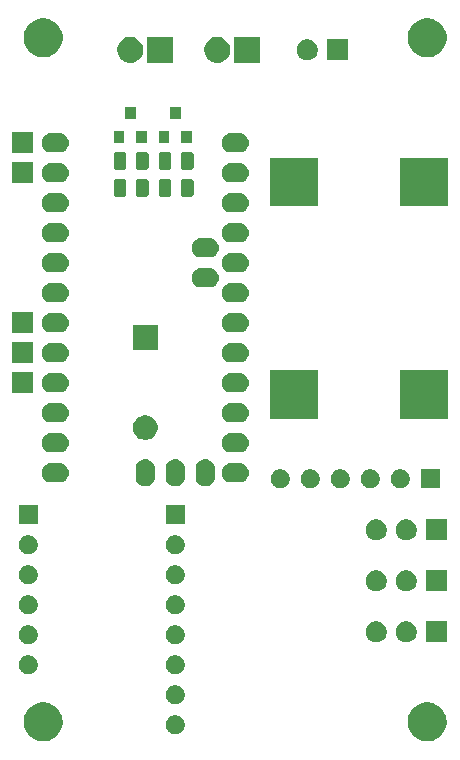
<source format=gbr>
G04 #@! TF.GenerationSoftware,KiCad,Pcbnew,5.1.5-52549c5~84~ubuntu19.04.1*
G04 #@! TF.CreationDate,2019-12-06T19:41:43+01:00*
G04 #@! TF.ProjectId,Rocket_PCB,526f636b-6574-45f5-9043-422e6b696361,rev?*
G04 #@! TF.SameCoordinates,Original*
G04 #@! TF.FileFunction,Soldermask,Bot*
G04 #@! TF.FilePolarity,Negative*
%FSLAX46Y46*%
G04 Gerber Fmt 4.6, Leading zero omitted, Abs format (unit mm)*
G04 Created by KiCad (PCBNEW 5.1.5-52549c5~84~ubuntu19.04.1) date 2019-12-06 19:41:43*
%MOMM*%
%LPD*%
G04 APERTURE LIST*
%ADD10C,0.100000*%
G04 APERTURE END LIST*
D10*
G36*
X160903256Y-96435298D02*
G01*
X161009579Y-96456447D01*
X161310042Y-96580903D01*
X161580451Y-96761585D01*
X161810415Y-96991549D01*
X161810416Y-96991551D01*
X161991098Y-97261960D01*
X162115553Y-97562422D01*
X162158782Y-97779745D01*
X162179000Y-97881391D01*
X162179000Y-98206609D01*
X162115553Y-98525579D01*
X161991097Y-98826042D01*
X161810415Y-99096451D01*
X161580451Y-99326415D01*
X161310042Y-99507097D01*
X161009579Y-99631553D01*
X160903256Y-99652702D01*
X160690611Y-99695000D01*
X160365389Y-99695000D01*
X160152744Y-99652702D01*
X160046421Y-99631553D01*
X159745958Y-99507097D01*
X159475549Y-99326415D01*
X159245585Y-99096451D01*
X159064903Y-98826042D01*
X158940447Y-98525579D01*
X158877000Y-98206609D01*
X158877000Y-97881391D01*
X158897219Y-97779745D01*
X158940447Y-97562422D01*
X159064902Y-97261960D01*
X159245584Y-96991551D01*
X159245585Y-96991549D01*
X159475549Y-96761585D01*
X159745958Y-96580903D01*
X160046421Y-96456447D01*
X160152744Y-96435298D01*
X160365389Y-96393000D01*
X160690611Y-96393000D01*
X160903256Y-96435298D01*
G37*
G36*
X128391256Y-96435298D02*
G01*
X128497579Y-96456447D01*
X128798042Y-96580903D01*
X129068451Y-96761585D01*
X129298415Y-96991549D01*
X129298416Y-96991551D01*
X129479098Y-97261960D01*
X129603553Y-97562422D01*
X129646782Y-97779745D01*
X129667000Y-97881391D01*
X129667000Y-98206609D01*
X129603553Y-98525579D01*
X129479097Y-98826042D01*
X129298415Y-99096451D01*
X129068451Y-99326415D01*
X128798042Y-99507097D01*
X128497579Y-99631553D01*
X128391256Y-99652702D01*
X128178611Y-99695000D01*
X127853389Y-99695000D01*
X127640744Y-99652702D01*
X127534421Y-99631553D01*
X127233958Y-99507097D01*
X126963549Y-99326415D01*
X126733585Y-99096451D01*
X126552903Y-98826042D01*
X126428447Y-98525579D01*
X126365000Y-98206609D01*
X126365000Y-97881391D01*
X126385219Y-97779745D01*
X126428447Y-97562422D01*
X126552902Y-97261960D01*
X126733584Y-96991551D01*
X126733585Y-96991549D01*
X126963549Y-96761585D01*
X127233958Y-96580903D01*
X127534421Y-96456447D01*
X127640744Y-96435298D01*
X127853389Y-96393000D01*
X128178611Y-96393000D01*
X128391256Y-96435298D01*
G37*
G36*
X139429142Y-97516242D02*
G01*
X139577101Y-97577529D01*
X139710255Y-97666499D01*
X139823501Y-97779745D01*
X139912471Y-97912899D01*
X139973758Y-98060858D01*
X140005000Y-98217925D01*
X140005000Y-98378075D01*
X139973758Y-98535142D01*
X139912471Y-98683101D01*
X139823501Y-98816255D01*
X139710255Y-98929501D01*
X139577101Y-99018471D01*
X139429142Y-99079758D01*
X139272075Y-99111000D01*
X139111925Y-99111000D01*
X138954858Y-99079758D01*
X138806899Y-99018471D01*
X138673745Y-98929501D01*
X138560499Y-98816255D01*
X138471529Y-98683101D01*
X138410242Y-98535142D01*
X138379000Y-98378075D01*
X138379000Y-98217925D01*
X138410242Y-98060858D01*
X138471529Y-97912899D01*
X138560499Y-97779745D01*
X138673745Y-97666499D01*
X138806899Y-97577529D01*
X138954858Y-97516242D01*
X139111925Y-97485000D01*
X139272075Y-97485000D01*
X139429142Y-97516242D01*
G37*
G36*
X139429142Y-94976242D02*
G01*
X139577101Y-95037529D01*
X139710255Y-95126499D01*
X139823501Y-95239745D01*
X139912471Y-95372899D01*
X139973758Y-95520858D01*
X140005000Y-95677925D01*
X140005000Y-95838075D01*
X139973758Y-95995142D01*
X139912471Y-96143101D01*
X139823501Y-96276255D01*
X139710255Y-96389501D01*
X139577101Y-96478471D01*
X139429142Y-96539758D01*
X139272075Y-96571000D01*
X139111925Y-96571000D01*
X138954858Y-96539758D01*
X138806899Y-96478471D01*
X138673745Y-96389501D01*
X138560499Y-96276255D01*
X138471529Y-96143101D01*
X138410242Y-95995142D01*
X138379000Y-95838075D01*
X138379000Y-95677925D01*
X138410242Y-95520858D01*
X138471529Y-95372899D01*
X138560499Y-95239745D01*
X138673745Y-95126499D01*
X138806899Y-95037529D01*
X138954858Y-94976242D01*
X139111925Y-94945000D01*
X139272075Y-94945000D01*
X139429142Y-94976242D01*
G37*
G36*
X139429142Y-92436242D02*
G01*
X139577101Y-92497529D01*
X139710255Y-92586499D01*
X139823501Y-92699745D01*
X139912471Y-92832899D01*
X139973758Y-92980858D01*
X140005000Y-93137925D01*
X140005000Y-93298075D01*
X139973758Y-93455142D01*
X139912471Y-93603101D01*
X139823501Y-93736255D01*
X139710255Y-93849501D01*
X139577101Y-93938471D01*
X139429142Y-93999758D01*
X139272075Y-94031000D01*
X139111925Y-94031000D01*
X138954858Y-93999758D01*
X138806899Y-93938471D01*
X138673745Y-93849501D01*
X138560499Y-93736255D01*
X138471529Y-93603101D01*
X138410242Y-93455142D01*
X138379000Y-93298075D01*
X138379000Y-93137925D01*
X138410242Y-92980858D01*
X138471529Y-92832899D01*
X138560499Y-92699745D01*
X138673745Y-92586499D01*
X138806899Y-92497529D01*
X138954858Y-92436242D01*
X139111925Y-92405000D01*
X139272075Y-92405000D01*
X139429142Y-92436242D01*
G37*
G36*
X126983142Y-92436242D02*
G01*
X127131101Y-92497529D01*
X127264255Y-92586499D01*
X127377501Y-92699745D01*
X127466471Y-92832899D01*
X127527758Y-92980858D01*
X127559000Y-93137925D01*
X127559000Y-93298075D01*
X127527758Y-93455142D01*
X127466471Y-93603101D01*
X127377501Y-93736255D01*
X127264255Y-93849501D01*
X127131101Y-93938471D01*
X126983142Y-93999758D01*
X126826075Y-94031000D01*
X126665925Y-94031000D01*
X126508858Y-93999758D01*
X126360899Y-93938471D01*
X126227745Y-93849501D01*
X126114499Y-93736255D01*
X126025529Y-93603101D01*
X125964242Y-93455142D01*
X125933000Y-93298075D01*
X125933000Y-93137925D01*
X125964242Y-92980858D01*
X126025529Y-92832899D01*
X126114499Y-92699745D01*
X126227745Y-92586499D01*
X126360899Y-92497529D01*
X126508858Y-92436242D01*
X126665925Y-92405000D01*
X126826075Y-92405000D01*
X126983142Y-92436242D01*
G37*
G36*
X139429142Y-89896242D02*
G01*
X139577101Y-89957529D01*
X139710255Y-90046499D01*
X139823501Y-90159745D01*
X139912471Y-90292899D01*
X139973758Y-90440858D01*
X140005000Y-90597925D01*
X140005000Y-90758075D01*
X139973758Y-90915142D01*
X139912471Y-91063101D01*
X139823501Y-91196255D01*
X139710255Y-91309501D01*
X139577101Y-91398471D01*
X139429142Y-91459758D01*
X139272075Y-91491000D01*
X139111925Y-91491000D01*
X138954858Y-91459758D01*
X138806899Y-91398471D01*
X138673745Y-91309501D01*
X138560499Y-91196255D01*
X138471529Y-91063101D01*
X138410242Y-90915142D01*
X138379000Y-90758075D01*
X138379000Y-90597925D01*
X138410242Y-90440858D01*
X138471529Y-90292899D01*
X138560499Y-90159745D01*
X138673745Y-90046499D01*
X138806899Y-89957529D01*
X138954858Y-89896242D01*
X139111925Y-89865000D01*
X139272075Y-89865000D01*
X139429142Y-89896242D01*
G37*
G36*
X126983142Y-89896242D02*
G01*
X127131101Y-89957529D01*
X127264255Y-90046499D01*
X127377501Y-90159745D01*
X127466471Y-90292899D01*
X127527758Y-90440858D01*
X127559000Y-90597925D01*
X127559000Y-90758075D01*
X127527758Y-90915142D01*
X127466471Y-91063101D01*
X127377501Y-91196255D01*
X127264255Y-91309501D01*
X127131101Y-91398471D01*
X126983142Y-91459758D01*
X126826075Y-91491000D01*
X126665925Y-91491000D01*
X126508858Y-91459758D01*
X126360899Y-91398471D01*
X126227745Y-91309501D01*
X126114499Y-91196255D01*
X126025529Y-91063101D01*
X125964242Y-90915142D01*
X125933000Y-90758075D01*
X125933000Y-90597925D01*
X125964242Y-90440858D01*
X126025529Y-90292899D01*
X126114499Y-90159745D01*
X126227745Y-90046499D01*
X126360899Y-89957529D01*
X126508858Y-89896242D01*
X126665925Y-89865000D01*
X126826075Y-89865000D01*
X126983142Y-89896242D01*
G37*
G36*
X162191000Y-91325000D02*
G01*
X160389000Y-91325000D01*
X160389000Y-89523000D01*
X162191000Y-89523000D01*
X162191000Y-91325000D01*
G37*
G36*
X158863512Y-89527927D02*
G01*
X159012812Y-89557624D01*
X159176784Y-89625544D01*
X159324354Y-89724147D01*
X159449853Y-89849646D01*
X159548456Y-89997216D01*
X159616376Y-90161188D01*
X159651000Y-90335259D01*
X159651000Y-90512741D01*
X159616376Y-90686812D01*
X159548456Y-90850784D01*
X159449853Y-90998354D01*
X159324354Y-91123853D01*
X159176784Y-91222456D01*
X159012812Y-91290376D01*
X158863512Y-91320073D01*
X158838742Y-91325000D01*
X158661258Y-91325000D01*
X158636488Y-91320073D01*
X158487188Y-91290376D01*
X158323216Y-91222456D01*
X158175646Y-91123853D01*
X158050147Y-90998354D01*
X157951544Y-90850784D01*
X157883624Y-90686812D01*
X157849000Y-90512741D01*
X157849000Y-90335259D01*
X157883624Y-90161188D01*
X157951544Y-89997216D01*
X158050147Y-89849646D01*
X158175646Y-89724147D01*
X158323216Y-89625544D01*
X158487188Y-89557624D01*
X158636488Y-89527927D01*
X158661258Y-89523000D01*
X158838742Y-89523000D01*
X158863512Y-89527927D01*
G37*
G36*
X156323512Y-89527927D02*
G01*
X156472812Y-89557624D01*
X156636784Y-89625544D01*
X156784354Y-89724147D01*
X156909853Y-89849646D01*
X157008456Y-89997216D01*
X157076376Y-90161188D01*
X157111000Y-90335259D01*
X157111000Y-90512741D01*
X157076376Y-90686812D01*
X157008456Y-90850784D01*
X156909853Y-90998354D01*
X156784354Y-91123853D01*
X156636784Y-91222456D01*
X156472812Y-91290376D01*
X156323512Y-91320073D01*
X156298742Y-91325000D01*
X156121258Y-91325000D01*
X156096488Y-91320073D01*
X155947188Y-91290376D01*
X155783216Y-91222456D01*
X155635646Y-91123853D01*
X155510147Y-90998354D01*
X155411544Y-90850784D01*
X155343624Y-90686812D01*
X155309000Y-90512741D01*
X155309000Y-90335259D01*
X155343624Y-90161188D01*
X155411544Y-89997216D01*
X155510147Y-89849646D01*
X155635646Y-89724147D01*
X155783216Y-89625544D01*
X155947188Y-89557624D01*
X156096488Y-89527927D01*
X156121258Y-89523000D01*
X156298742Y-89523000D01*
X156323512Y-89527927D01*
G37*
G36*
X126983142Y-87356242D02*
G01*
X127131101Y-87417529D01*
X127264255Y-87506499D01*
X127377501Y-87619745D01*
X127466471Y-87752899D01*
X127527758Y-87900858D01*
X127559000Y-88057925D01*
X127559000Y-88218075D01*
X127527758Y-88375142D01*
X127466471Y-88523101D01*
X127377501Y-88656255D01*
X127264255Y-88769501D01*
X127131101Y-88858471D01*
X126983142Y-88919758D01*
X126826075Y-88951000D01*
X126665925Y-88951000D01*
X126508858Y-88919758D01*
X126360899Y-88858471D01*
X126227745Y-88769501D01*
X126114499Y-88656255D01*
X126025529Y-88523101D01*
X125964242Y-88375142D01*
X125933000Y-88218075D01*
X125933000Y-88057925D01*
X125964242Y-87900858D01*
X126025529Y-87752899D01*
X126114499Y-87619745D01*
X126227745Y-87506499D01*
X126360899Y-87417529D01*
X126508858Y-87356242D01*
X126665925Y-87325000D01*
X126826075Y-87325000D01*
X126983142Y-87356242D01*
G37*
G36*
X139429142Y-87356242D02*
G01*
X139577101Y-87417529D01*
X139710255Y-87506499D01*
X139823501Y-87619745D01*
X139912471Y-87752899D01*
X139973758Y-87900858D01*
X140005000Y-88057925D01*
X140005000Y-88218075D01*
X139973758Y-88375142D01*
X139912471Y-88523101D01*
X139823501Y-88656255D01*
X139710255Y-88769501D01*
X139577101Y-88858471D01*
X139429142Y-88919758D01*
X139272075Y-88951000D01*
X139111925Y-88951000D01*
X138954858Y-88919758D01*
X138806899Y-88858471D01*
X138673745Y-88769501D01*
X138560499Y-88656255D01*
X138471529Y-88523101D01*
X138410242Y-88375142D01*
X138379000Y-88218075D01*
X138379000Y-88057925D01*
X138410242Y-87900858D01*
X138471529Y-87752899D01*
X138560499Y-87619745D01*
X138673745Y-87506499D01*
X138806899Y-87417529D01*
X138954858Y-87356242D01*
X139111925Y-87325000D01*
X139272075Y-87325000D01*
X139429142Y-87356242D01*
G37*
G36*
X158863512Y-85209927D02*
G01*
X159012812Y-85239624D01*
X159176784Y-85307544D01*
X159324354Y-85406147D01*
X159449853Y-85531646D01*
X159548456Y-85679216D01*
X159616376Y-85843188D01*
X159651000Y-86017259D01*
X159651000Y-86194741D01*
X159616376Y-86368812D01*
X159548456Y-86532784D01*
X159449853Y-86680354D01*
X159324354Y-86805853D01*
X159176784Y-86904456D01*
X159012812Y-86972376D01*
X158863512Y-87002073D01*
X158838742Y-87007000D01*
X158661258Y-87007000D01*
X158636488Y-87002073D01*
X158487188Y-86972376D01*
X158323216Y-86904456D01*
X158175646Y-86805853D01*
X158050147Y-86680354D01*
X157951544Y-86532784D01*
X157883624Y-86368812D01*
X157849000Y-86194741D01*
X157849000Y-86017259D01*
X157883624Y-85843188D01*
X157951544Y-85679216D01*
X158050147Y-85531646D01*
X158175646Y-85406147D01*
X158323216Y-85307544D01*
X158487188Y-85239624D01*
X158636488Y-85209927D01*
X158661258Y-85205000D01*
X158838742Y-85205000D01*
X158863512Y-85209927D01*
G37*
G36*
X156323512Y-85209927D02*
G01*
X156472812Y-85239624D01*
X156636784Y-85307544D01*
X156784354Y-85406147D01*
X156909853Y-85531646D01*
X157008456Y-85679216D01*
X157076376Y-85843188D01*
X157111000Y-86017259D01*
X157111000Y-86194741D01*
X157076376Y-86368812D01*
X157008456Y-86532784D01*
X156909853Y-86680354D01*
X156784354Y-86805853D01*
X156636784Y-86904456D01*
X156472812Y-86972376D01*
X156323512Y-87002073D01*
X156298742Y-87007000D01*
X156121258Y-87007000D01*
X156096488Y-87002073D01*
X155947188Y-86972376D01*
X155783216Y-86904456D01*
X155635646Y-86805853D01*
X155510147Y-86680354D01*
X155411544Y-86532784D01*
X155343624Y-86368812D01*
X155309000Y-86194741D01*
X155309000Y-86017259D01*
X155343624Y-85843188D01*
X155411544Y-85679216D01*
X155510147Y-85531646D01*
X155635646Y-85406147D01*
X155783216Y-85307544D01*
X155947188Y-85239624D01*
X156096488Y-85209927D01*
X156121258Y-85205000D01*
X156298742Y-85205000D01*
X156323512Y-85209927D01*
G37*
G36*
X162191000Y-87007000D02*
G01*
X160389000Y-87007000D01*
X160389000Y-85205000D01*
X162191000Y-85205000D01*
X162191000Y-87007000D01*
G37*
G36*
X139429142Y-84816242D02*
G01*
X139577101Y-84877529D01*
X139710255Y-84966499D01*
X139823501Y-85079745D01*
X139912471Y-85212899D01*
X139973758Y-85360858D01*
X140005000Y-85517925D01*
X140005000Y-85678075D01*
X139973758Y-85835142D01*
X139912471Y-85983101D01*
X139823501Y-86116255D01*
X139710255Y-86229501D01*
X139577101Y-86318471D01*
X139429142Y-86379758D01*
X139272075Y-86411000D01*
X139111925Y-86411000D01*
X138954858Y-86379758D01*
X138806899Y-86318471D01*
X138673745Y-86229501D01*
X138560499Y-86116255D01*
X138471529Y-85983101D01*
X138410242Y-85835142D01*
X138379000Y-85678075D01*
X138379000Y-85517925D01*
X138410242Y-85360858D01*
X138471529Y-85212899D01*
X138560499Y-85079745D01*
X138673745Y-84966499D01*
X138806899Y-84877529D01*
X138954858Y-84816242D01*
X139111925Y-84785000D01*
X139272075Y-84785000D01*
X139429142Y-84816242D01*
G37*
G36*
X126983142Y-84816242D02*
G01*
X127131101Y-84877529D01*
X127264255Y-84966499D01*
X127377501Y-85079745D01*
X127466471Y-85212899D01*
X127527758Y-85360858D01*
X127559000Y-85517925D01*
X127559000Y-85678075D01*
X127527758Y-85835142D01*
X127466471Y-85983101D01*
X127377501Y-86116255D01*
X127264255Y-86229501D01*
X127131101Y-86318471D01*
X126983142Y-86379758D01*
X126826075Y-86411000D01*
X126665925Y-86411000D01*
X126508858Y-86379758D01*
X126360899Y-86318471D01*
X126227745Y-86229501D01*
X126114499Y-86116255D01*
X126025529Y-85983101D01*
X125964242Y-85835142D01*
X125933000Y-85678075D01*
X125933000Y-85517925D01*
X125964242Y-85360858D01*
X126025529Y-85212899D01*
X126114499Y-85079745D01*
X126227745Y-84966499D01*
X126360899Y-84877529D01*
X126508858Y-84816242D01*
X126665925Y-84785000D01*
X126826075Y-84785000D01*
X126983142Y-84816242D01*
G37*
G36*
X139429142Y-82276242D02*
G01*
X139577101Y-82337529D01*
X139710255Y-82426499D01*
X139823501Y-82539745D01*
X139912471Y-82672899D01*
X139973758Y-82820858D01*
X140005000Y-82977925D01*
X140005000Y-83138075D01*
X139973758Y-83295142D01*
X139912471Y-83443101D01*
X139823501Y-83576255D01*
X139710255Y-83689501D01*
X139577101Y-83778471D01*
X139429142Y-83839758D01*
X139272075Y-83871000D01*
X139111925Y-83871000D01*
X138954858Y-83839758D01*
X138806899Y-83778471D01*
X138673745Y-83689501D01*
X138560499Y-83576255D01*
X138471529Y-83443101D01*
X138410242Y-83295142D01*
X138379000Y-83138075D01*
X138379000Y-82977925D01*
X138410242Y-82820858D01*
X138471529Y-82672899D01*
X138560499Y-82539745D01*
X138673745Y-82426499D01*
X138806899Y-82337529D01*
X138954858Y-82276242D01*
X139111925Y-82245000D01*
X139272075Y-82245000D01*
X139429142Y-82276242D01*
G37*
G36*
X126983142Y-82276242D02*
G01*
X127131101Y-82337529D01*
X127264255Y-82426499D01*
X127377501Y-82539745D01*
X127466471Y-82672899D01*
X127527758Y-82820858D01*
X127559000Y-82977925D01*
X127559000Y-83138075D01*
X127527758Y-83295142D01*
X127466471Y-83443101D01*
X127377501Y-83576255D01*
X127264255Y-83689501D01*
X127131101Y-83778471D01*
X126983142Y-83839758D01*
X126826075Y-83871000D01*
X126665925Y-83871000D01*
X126508858Y-83839758D01*
X126360899Y-83778471D01*
X126227745Y-83689501D01*
X126114499Y-83576255D01*
X126025529Y-83443101D01*
X125964242Y-83295142D01*
X125933000Y-83138075D01*
X125933000Y-82977925D01*
X125964242Y-82820858D01*
X126025529Y-82672899D01*
X126114499Y-82539745D01*
X126227745Y-82426499D01*
X126360899Y-82337529D01*
X126508858Y-82276242D01*
X126665925Y-82245000D01*
X126826075Y-82245000D01*
X126983142Y-82276242D01*
G37*
G36*
X156323512Y-80891927D02*
G01*
X156472812Y-80921624D01*
X156636784Y-80989544D01*
X156784354Y-81088147D01*
X156909853Y-81213646D01*
X157008456Y-81361216D01*
X157076376Y-81525188D01*
X157111000Y-81699259D01*
X157111000Y-81876741D01*
X157076376Y-82050812D01*
X157008456Y-82214784D01*
X156909853Y-82362354D01*
X156784354Y-82487853D01*
X156636784Y-82586456D01*
X156472812Y-82654376D01*
X156323512Y-82684073D01*
X156298742Y-82689000D01*
X156121258Y-82689000D01*
X156096488Y-82684073D01*
X155947188Y-82654376D01*
X155783216Y-82586456D01*
X155635646Y-82487853D01*
X155510147Y-82362354D01*
X155411544Y-82214784D01*
X155343624Y-82050812D01*
X155309000Y-81876741D01*
X155309000Y-81699259D01*
X155343624Y-81525188D01*
X155411544Y-81361216D01*
X155510147Y-81213646D01*
X155635646Y-81088147D01*
X155783216Y-80989544D01*
X155947188Y-80921624D01*
X156096488Y-80891927D01*
X156121258Y-80887000D01*
X156298742Y-80887000D01*
X156323512Y-80891927D01*
G37*
G36*
X162191000Y-82689000D02*
G01*
X160389000Y-82689000D01*
X160389000Y-80887000D01*
X162191000Y-80887000D01*
X162191000Y-82689000D01*
G37*
G36*
X158863512Y-80891927D02*
G01*
X159012812Y-80921624D01*
X159176784Y-80989544D01*
X159324354Y-81088147D01*
X159449853Y-81213646D01*
X159548456Y-81361216D01*
X159616376Y-81525188D01*
X159651000Y-81699259D01*
X159651000Y-81876741D01*
X159616376Y-82050812D01*
X159548456Y-82214784D01*
X159449853Y-82362354D01*
X159324354Y-82487853D01*
X159176784Y-82586456D01*
X159012812Y-82654376D01*
X158863512Y-82684073D01*
X158838742Y-82689000D01*
X158661258Y-82689000D01*
X158636488Y-82684073D01*
X158487188Y-82654376D01*
X158323216Y-82586456D01*
X158175646Y-82487853D01*
X158050147Y-82362354D01*
X157951544Y-82214784D01*
X157883624Y-82050812D01*
X157849000Y-81876741D01*
X157849000Y-81699259D01*
X157883624Y-81525188D01*
X157951544Y-81361216D01*
X158050147Y-81213646D01*
X158175646Y-81088147D01*
X158323216Y-80989544D01*
X158487188Y-80921624D01*
X158636488Y-80891927D01*
X158661258Y-80887000D01*
X158838742Y-80887000D01*
X158863512Y-80891927D01*
G37*
G36*
X140005000Y-81331000D02*
G01*
X138379000Y-81331000D01*
X138379000Y-79705000D01*
X140005000Y-79705000D01*
X140005000Y-81331000D01*
G37*
G36*
X127559000Y-81331000D02*
G01*
X125933000Y-81331000D01*
X125933000Y-79705000D01*
X127559000Y-79705000D01*
X127559000Y-81331000D01*
G37*
G36*
X148319142Y-76688242D02*
G01*
X148467101Y-76749529D01*
X148600255Y-76838499D01*
X148713501Y-76951745D01*
X148802471Y-77084899D01*
X148863758Y-77232858D01*
X148895000Y-77389925D01*
X148895000Y-77550075D01*
X148863758Y-77707142D01*
X148802471Y-77855101D01*
X148713501Y-77988255D01*
X148600255Y-78101501D01*
X148467101Y-78190471D01*
X148319142Y-78251758D01*
X148162075Y-78283000D01*
X148001925Y-78283000D01*
X147844858Y-78251758D01*
X147696899Y-78190471D01*
X147563745Y-78101501D01*
X147450499Y-77988255D01*
X147361529Y-77855101D01*
X147300242Y-77707142D01*
X147269000Y-77550075D01*
X147269000Y-77389925D01*
X147300242Y-77232858D01*
X147361529Y-77084899D01*
X147450499Y-76951745D01*
X147563745Y-76838499D01*
X147696899Y-76749529D01*
X147844858Y-76688242D01*
X148001925Y-76657000D01*
X148162075Y-76657000D01*
X148319142Y-76688242D01*
G37*
G36*
X150859142Y-76688242D02*
G01*
X151007101Y-76749529D01*
X151140255Y-76838499D01*
X151253501Y-76951745D01*
X151342471Y-77084899D01*
X151403758Y-77232858D01*
X151435000Y-77389925D01*
X151435000Y-77550075D01*
X151403758Y-77707142D01*
X151342471Y-77855101D01*
X151253501Y-77988255D01*
X151140255Y-78101501D01*
X151007101Y-78190471D01*
X150859142Y-78251758D01*
X150702075Y-78283000D01*
X150541925Y-78283000D01*
X150384858Y-78251758D01*
X150236899Y-78190471D01*
X150103745Y-78101501D01*
X149990499Y-77988255D01*
X149901529Y-77855101D01*
X149840242Y-77707142D01*
X149809000Y-77550075D01*
X149809000Y-77389925D01*
X149840242Y-77232858D01*
X149901529Y-77084899D01*
X149990499Y-76951745D01*
X150103745Y-76838499D01*
X150236899Y-76749529D01*
X150384858Y-76688242D01*
X150541925Y-76657000D01*
X150702075Y-76657000D01*
X150859142Y-76688242D01*
G37*
G36*
X161595000Y-78283000D02*
G01*
X159969000Y-78283000D01*
X159969000Y-76657000D01*
X161595000Y-76657000D01*
X161595000Y-78283000D01*
G37*
G36*
X158479142Y-76688242D02*
G01*
X158627101Y-76749529D01*
X158760255Y-76838499D01*
X158873501Y-76951745D01*
X158962471Y-77084899D01*
X159023758Y-77232858D01*
X159055000Y-77389925D01*
X159055000Y-77550075D01*
X159023758Y-77707142D01*
X158962471Y-77855101D01*
X158873501Y-77988255D01*
X158760255Y-78101501D01*
X158627101Y-78190471D01*
X158479142Y-78251758D01*
X158322075Y-78283000D01*
X158161925Y-78283000D01*
X158004858Y-78251758D01*
X157856899Y-78190471D01*
X157723745Y-78101501D01*
X157610499Y-77988255D01*
X157521529Y-77855101D01*
X157460242Y-77707142D01*
X157429000Y-77550075D01*
X157429000Y-77389925D01*
X157460242Y-77232858D01*
X157521529Y-77084899D01*
X157610499Y-76951745D01*
X157723745Y-76838499D01*
X157856899Y-76749529D01*
X158004858Y-76688242D01*
X158161925Y-76657000D01*
X158322075Y-76657000D01*
X158479142Y-76688242D01*
G37*
G36*
X155939142Y-76688242D02*
G01*
X156087101Y-76749529D01*
X156220255Y-76838499D01*
X156333501Y-76951745D01*
X156422471Y-77084899D01*
X156483758Y-77232858D01*
X156515000Y-77389925D01*
X156515000Y-77550075D01*
X156483758Y-77707142D01*
X156422471Y-77855101D01*
X156333501Y-77988255D01*
X156220255Y-78101501D01*
X156087101Y-78190471D01*
X155939142Y-78251758D01*
X155782075Y-78283000D01*
X155621925Y-78283000D01*
X155464858Y-78251758D01*
X155316899Y-78190471D01*
X155183745Y-78101501D01*
X155070499Y-77988255D01*
X154981529Y-77855101D01*
X154920242Y-77707142D01*
X154889000Y-77550075D01*
X154889000Y-77389925D01*
X154920242Y-77232858D01*
X154981529Y-77084899D01*
X155070499Y-76951745D01*
X155183745Y-76838499D01*
X155316899Y-76749529D01*
X155464858Y-76688242D01*
X155621925Y-76657000D01*
X155782075Y-76657000D01*
X155939142Y-76688242D01*
G37*
G36*
X153399142Y-76688242D02*
G01*
X153547101Y-76749529D01*
X153680255Y-76838499D01*
X153793501Y-76951745D01*
X153882471Y-77084899D01*
X153943758Y-77232858D01*
X153975000Y-77389925D01*
X153975000Y-77550075D01*
X153943758Y-77707142D01*
X153882471Y-77855101D01*
X153793501Y-77988255D01*
X153680255Y-78101501D01*
X153547101Y-78190471D01*
X153399142Y-78251758D01*
X153242075Y-78283000D01*
X153081925Y-78283000D01*
X152924858Y-78251758D01*
X152776899Y-78190471D01*
X152643745Y-78101501D01*
X152530499Y-77988255D01*
X152441529Y-77855101D01*
X152380242Y-77707142D01*
X152349000Y-77550075D01*
X152349000Y-77389925D01*
X152380242Y-77232858D01*
X152441529Y-77084899D01*
X152530499Y-76951745D01*
X152643745Y-76838499D01*
X152776899Y-76749529D01*
X152924858Y-76688242D01*
X153081925Y-76657000D01*
X153242075Y-76657000D01*
X153399142Y-76688242D01*
G37*
G36*
X141889135Y-75822778D02*
G01*
X142040232Y-75868613D01*
X142179483Y-75943044D01*
X142301538Y-76043212D01*
X142401706Y-76165267D01*
X142476137Y-76304518D01*
X142521972Y-76455615D01*
X142533570Y-76573375D01*
X142533570Y-77350625D01*
X142521972Y-77468385D01*
X142476137Y-77619482D01*
X142401706Y-77758733D01*
X142301538Y-77880788D01*
X142179482Y-77980956D01*
X142040231Y-78055387D01*
X141889134Y-78101222D01*
X141732000Y-78116698D01*
X141574865Y-78101222D01*
X141423768Y-78055387D01*
X141284517Y-77980956D01*
X141162462Y-77880788D01*
X141062294Y-77758732D01*
X140987863Y-77619481D01*
X140942028Y-77468384D01*
X140930430Y-77350624D01*
X140930430Y-76573375D01*
X140942028Y-76455615D01*
X140961185Y-76392463D01*
X140987863Y-76304519D01*
X141062293Y-76165271D01*
X141062295Y-76165267D01*
X141162463Y-76043212D01*
X141284518Y-75943044D01*
X141423769Y-75868613D01*
X141574866Y-75822778D01*
X141732000Y-75807302D01*
X141889135Y-75822778D01*
G37*
G36*
X136809135Y-75822778D02*
G01*
X136960232Y-75868613D01*
X137099483Y-75943044D01*
X137221538Y-76043212D01*
X137321706Y-76165267D01*
X137396137Y-76304518D01*
X137441972Y-76455615D01*
X137453570Y-76573375D01*
X137453570Y-77350625D01*
X137441972Y-77468385D01*
X137396137Y-77619482D01*
X137321706Y-77758733D01*
X137221538Y-77880788D01*
X137099482Y-77980956D01*
X136960231Y-78055387D01*
X136809134Y-78101222D01*
X136652000Y-78116698D01*
X136494865Y-78101222D01*
X136343768Y-78055387D01*
X136204517Y-77980956D01*
X136082462Y-77880788D01*
X135982294Y-77758732D01*
X135907863Y-77619481D01*
X135862028Y-77468384D01*
X135850430Y-77350624D01*
X135850430Y-76573375D01*
X135862028Y-76455615D01*
X135881185Y-76392463D01*
X135907863Y-76304519D01*
X135982293Y-76165271D01*
X135982295Y-76165267D01*
X136082463Y-76043212D01*
X136204518Y-75943044D01*
X136343769Y-75868613D01*
X136494866Y-75822778D01*
X136652000Y-75807302D01*
X136809135Y-75822778D01*
G37*
G36*
X139349135Y-75822778D02*
G01*
X139500232Y-75868613D01*
X139639483Y-75943044D01*
X139761538Y-76043212D01*
X139861706Y-76165267D01*
X139936137Y-76304518D01*
X139981972Y-76455615D01*
X139993570Y-76573375D01*
X139993570Y-77350625D01*
X139981972Y-77468385D01*
X139936137Y-77619482D01*
X139861706Y-77758733D01*
X139761538Y-77880788D01*
X139639482Y-77980956D01*
X139500231Y-78055387D01*
X139349134Y-78101222D01*
X139192000Y-78116698D01*
X139034865Y-78101222D01*
X138883768Y-78055387D01*
X138744517Y-77980956D01*
X138622462Y-77880788D01*
X138522294Y-77758732D01*
X138447863Y-77619481D01*
X138402028Y-77468384D01*
X138390430Y-77350624D01*
X138390430Y-76573375D01*
X138402028Y-76455615D01*
X138421185Y-76392463D01*
X138447863Y-76304519D01*
X138522293Y-76165271D01*
X138522295Y-76165267D01*
X138622463Y-76043212D01*
X138744518Y-75943044D01*
X138883769Y-75868613D01*
X139034866Y-75822778D01*
X139192000Y-75807302D01*
X139349135Y-75822778D01*
G37*
G36*
X129459878Y-76164296D02*
G01*
X129538385Y-76172028D01*
X129689482Y-76217863D01*
X129828733Y-76292294D01*
X129950788Y-76392462D01*
X130050956Y-76514517D01*
X130125387Y-76653768D01*
X130171222Y-76804865D01*
X130186698Y-76962000D01*
X130171222Y-77119135D01*
X130125387Y-77270232D01*
X130050956Y-77409483D01*
X129950788Y-77531538D01*
X129828733Y-77631706D01*
X129689482Y-77706137D01*
X129538385Y-77751972D01*
X129469737Y-77758733D01*
X129420626Y-77763570D01*
X128643374Y-77763570D01*
X128594263Y-77758733D01*
X128525615Y-77751972D01*
X128374518Y-77706137D01*
X128235267Y-77631706D01*
X128113212Y-77531538D01*
X128013044Y-77409483D01*
X127938613Y-77270232D01*
X127892778Y-77119135D01*
X127877302Y-76962000D01*
X127892778Y-76804865D01*
X127938613Y-76653768D01*
X128013044Y-76514517D01*
X128113212Y-76392462D01*
X128235267Y-76292294D01*
X128374518Y-76217863D01*
X128525615Y-76172028D01*
X128604122Y-76164296D01*
X128643374Y-76160430D01*
X129420626Y-76160430D01*
X129459878Y-76164296D01*
G37*
G36*
X144699878Y-76164296D02*
G01*
X144778385Y-76172028D01*
X144929482Y-76217863D01*
X145068733Y-76292294D01*
X145190788Y-76392462D01*
X145290956Y-76514517D01*
X145365387Y-76653768D01*
X145411222Y-76804865D01*
X145426698Y-76962000D01*
X145411222Y-77119135D01*
X145365387Y-77270232D01*
X145290956Y-77409483D01*
X145190788Y-77531538D01*
X145068733Y-77631706D01*
X144929482Y-77706137D01*
X144778385Y-77751972D01*
X144709737Y-77758733D01*
X144660626Y-77763570D01*
X143883374Y-77763570D01*
X143834263Y-77758733D01*
X143765615Y-77751972D01*
X143614518Y-77706137D01*
X143475267Y-77631706D01*
X143353212Y-77531538D01*
X143253044Y-77409483D01*
X143178613Y-77270232D01*
X143132778Y-77119135D01*
X143117302Y-76962000D01*
X143132778Y-76804865D01*
X143178613Y-76653768D01*
X143253044Y-76514517D01*
X143353212Y-76392462D01*
X143475267Y-76292294D01*
X143614518Y-76217863D01*
X143765615Y-76172028D01*
X143844122Y-76164296D01*
X143883374Y-76160430D01*
X144660626Y-76160430D01*
X144699878Y-76164296D01*
G37*
G36*
X129459878Y-73624296D02*
G01*
X129538385Y-73632028D01*
X129689482Y-73677863D01*
X129828733Y-73752294D01*
X129950788Y-73852462D01*
X130050956Y-73974517D01*
X130125387Y-74113768D01*
X130171222Y-74264865D01*
X130186698Y-74422000D01*
X130171222Y-74579135D01*
X130125387Y-74730232D01*
X130050956Y-74869483D01*
X129950788Y-74991538D01*
X129828733Y-75091706D01*
X129689482Y-75166137D01*
X129538385Y-75211972D01*
X129459878Y-75219704D01*
X129420626Y-75223570D01*
X128643374Y-75223570D01*
X128604122Y-75219704D01*
X128525615Y-75211972D01*
X128374518Y-75166137D01*
X128235267Y-75091706D01*
X128113212Y-74991538D01*
X128013044Y-74869483D01*
X127938613Y-74730232D01*
X127892778Y-74579135D01*
X127877302Y-74422000D01*
X127892778Y-74264865D01*
X127938613Y-74113768D01*
X128013044Y-73974517D01*
X128113212Y-73852462D01*
X128235267Y-73752294D01*
X128374518Y-73677863D01*
X128525615Y-73632028D01*
X128604122Y-73624296D01*
X128643374Y-73620430D01*
X129420626Y-73620430D01*
X129459878Y-73624296D01*
G37*
G36*
X144699878Y-73624296D02*
G01*
X144778385Y-73632028D01*
X144929482Y-73677863D01*
X145068733Y-73752294D01*
X145190788Y-73852462D01*
X145290956Y-73974517D01*
X145365387Y-74113768D01*
X145411222Y-74264865D01*
X145426698Y-74422000D01*
X145411222Y-74579135D01*
X145365387Y-74730232D01*
X145290956Y-74869483D01*
X145190788Y-74991538D01*
X145068733Y-75091706D01*
X144929482Y-75166137D01*
X144778385Y-75211972D01*
X144699878Y-75219704D01*
X144660626Y-75223570D01*
X143883374Y-75223570D01*
X143844122Y-75219704D01*
X143765615Y-75211972D01*
X143614518Y-75166137D01*
X143475267Y-75091706D01*
X143353212Y-74991538D01*
X143253044Y-74869483D01*
X143178613Y-74730232D01*
X143132778Y-74579135D01*
X143117302Y-74422000D01*
X143132778Y-74264865D01*
X143178613Y-74113768D01*
X143253044Y-73974517D01*
X143353212Y-73852462D01*
X143475267Y-73752294D01*
X143614518Y-73677863D01*
X143765615Y-73632028D01*
X143844122Y-73624296D01*
X143883374Y-73620430D01*
X144660626Y-73620430D01*
X144699878Y-73624296D01*
G37*
G36*
X136958564Y-72121389D02*
G01*
X137149833Y-72200615D01*
X137149835Y-72200616D01*
X137321973Y-72315635D01*
X137468365Y-72462027D01*
X137528287Y-72551706D01*
X137583385Y-72634167D01*
X137662611Y-72825436D01*
X137703000Y-73028484D01*
X137703000Y-73235516D01*
X137662611Y-73438564D01*
X137587280Y-73620430D01*
X137583384Y-73629835D01*
X137468365Y-73801973D01*
X137321973Y-73948365D01*
X137149835Y-74063384D01*
X137149834Y-74063385D01*
X137149833Y-74063385D01*
X136958564Y-74142611D01*
X136755516Y-74183000D01*
X136548484Y-74183000D01*
X136345436Y-74142611D01*
X136154167Y-74063385D01*
X136154166Y-74063385D01*
X136154165Y-74063384D01*
X135982027Y-73948365D01*
X135835635Y-73801973D01*
X135720616Y-73629835D01*
X135716720Y-73620430D01*
X135641389Y-73438564D01*
X135601000Y-73235516D01*
X135601000Y-73028484D01*
X135641389Y-72825436D01*
X135720615Y-72634167D01*
X135775714Y-72551706D01*
X135835635Y-72462027D01*
X135982027Y-72315635D01*
X136154165Y-72200616D01*
X136154167Y-72200615D01*
X136345436Y-72121389D01*
X136548484Y-72081000D01*
X136755516Y-72081000D01*
X136958564Y-72121389D01*
G37*
G36*
X129459878Y-71084296D02*
G01*
X129538385Y-71092028D01*
X129689482Y-71137863D01*
X129828733Y-71212294D01*
X129950788Y-71312462D01*
X130050956Y-71434517D01*
X130125387Y-71573768D01*
X130171222Y-71724865D01*
X130186698Y-71882000D01*
X130171222Y-72039135D01*
X130125387Y-72190232D01*
X130050956Y-72329483D01*
X129950788Y-72451538D01*
X129828733Y-72551706D01*
X129689482Y-72626137D01*
X129538385Y-72671972D01*
X129459878Y-72679704D01*
X129420626Y-72683570D01*
X128643374Y-72683570D01*
X128604122Y-72679704D01*
X128525615Y-72671972D01*
X128374518Y-72626137D01*
X128235267Y-72551706D01*
X128113212Y-72451538D01*
X128013044Y-72329483D01*
X127938613Y-72190232D01*
X127892778Y-72039135D01*
X127877302Y-71882000D01*
X127892778Y-71724865D01*
X127938613Y-71573768D01*
X128013044Y-71434517D01*
X128113212Y-71312462D01*
X128235267Y-71212294D01*
X128374518Y-71137863D01*
X128525615Y-71092028D01*
X128604122Y-71084296D01*
X128643374Y-71080430D01*
X129420626Y-71080430D01*
X129459878Y-71084296D01*
G37*
G36*
X144699878Y-71084296D02*
G01*
X144778385Y-71092028D01*
X144929482Y-71137863D01*
X145068733Y-71212294D01*
X145190788Y-71312462D01*
X145290956Y-71434517D01*
X145365387Y-71573768D01*
X145411222Y-71724865D01*
X145426698Y-71882000D01*
X145411222Y-72039135D01*
X145365387Y-72190232D01*
X145290956Y-72329483D01*
X145190788Y-72451538D01*
X145068733Y-72551706D01*
X144929482Y-72626137D01*
X144778385Y-72671972D01*
X144699878Y-72679704D01*
X144660626Y-72683570D01*
X143883374Y-72683570D01*
X143844122Y-72679704D01*
X143765615Y-72671972D01*
X143614518Y-72626137D01*
X143475267Y-72551706D01*
X143353212Y-72451538D01*
X143253044Y-72329483D01*
X143178613Y-72190232D01*
X143132778Y-72039135D01*
X143117302Y-71882000D01*
X143132778Y-71724865D01*
X143178613Y-71573768D01*
X143253044Y-71434517D01*
X143353212Y-71312462D01*
X143475267Y-71212294D01*
X143614518Y-71137863D01*
X143765615Y-71092028D01*
X143844122Y-71084296D01*
X143883374Y-71080430D01*
X144660626Y-71080430D01*
X144699878Y-71084296D01*
G37*
G36*
X151325000Y-72375000D02*
G01*
X147223000Y-72375000D01*
X147223000Y-68273000D01*
X151325000Y-68273000D01*
X151325000Y-72375000D01*
G37*
G36*
X162325000Y-72375000D02*
G01*
X158223000Y-72375000D01*
X158223000Y-68273000D01*
X162325000Y-68273000D01*
X162325000Y-72375000D01*
G37*
G36*
X127139000Y-70243000D02*
G01*
X125337000Y-70243000D01*
X125337000Y-68441000D01*
X127139000Y-68441000D01*
X127139000Y-70243000D01*
G37*
G36*
X129459878Y-68544296D02*
G01*
X129538385Y-68552028D01*
X129689482Y-68597863D01*
X129828733Y-68672294D01*
X129950788Y-68772462D01*
X130050956Y-68894517D01*
X130125387Y-69033768D01*
X130171222Y-69184865D01*
X130186698Y-69342000D01*
X130171222Y-69499135D01*
X130125387Y-69650232D01*
X130050956Y-69789483D01*
X129950788Y-69911538D01*
X129828733Y-70011706D01*
X129689482Y-70086137D01*
X129538385Y-70131972D01*
X129459878Y-70139704D01*
X129420626Y-70143570D01*
X128643374Y-70143570D01*
X128604122Y-70139704D01*
X128525615Y-70131972D01*
X128374518Y-70086137D01*
X128235267Y-70011706D01*
X128113212Y-69911538D01*
X128013044Y-69789483D01*
X127938613Y-69650232D01*
X127892778Y-69499135D01*
X127877302Y-69342000D01*
X127892778Y-69184865D01*
X127938613Y-69033768D01*
X128013044Y-68894517D01*
X128113212Y-68772462D01*
X128235267Y-68672294D01*
X128374518Y-68597863D01*
X128525615Y-68552028D01*
X128604122Y-68544296D01*
X128643374Y-68540430D01*
X129420626Y-68540430D01*
X129459878Y-68544296D01*
G37*
G36*
X144699878Y-68544296D02*
G01*
X144778385Y-68552028D01*
X144929482Y-68597863D01*
X145068733Y-68672294D01*
X145190788Y-68772462D01*
X145290956Y-68894517D01*
X145365387Y-69033768D01*
X145411222Y-69184865D01*
X145426698Y-69342000D01*
X145411222Y-69499135D01*
X145365387Y-69650232D01*
X145290956Y-69789483D01*
X145190788Y-69911538D01*
X145068733Y-70011706D01*
X144929482Y-70086137D01*
X144778385Y-70131972D01*
X144699878Y-70139704D01*
X144660626Y-70143570D01*
X143883374Y-70143570D01*
X143844122Y-70139704D01*
X143765615Y-70131972D01*
X143614518Y-70086137D01*
X143475267Y-70011706D01*
X143353212Y-69911538D01*
X143253044Y-69789483D01*
X143178613Y-69650232D01*
X143132778Y-69499135D01*
X143117302Y-69342000D01*
X143132778Y-69184865D01*
X143178613Y-69033768D01*
X143253044Y-68894517D01*
X143353212Y-68772462D01*
X143475267Y-68672294D01*
X143614518Y-68597863D01*
X143765615Y-68552028D01*
X143844122Y-68544296D01*
X143883374Y-68540430D01*
X144660626Y-68540430D01*
X144699878Y-68544296D01*
G37*
G36*
X127139000Y-67703000D02*
G01*
X125337000Y-67703000D01*
X125337000Y-65901000D01*
X127139000Y-65901000D01*
X127139000Y-67703000D01*
G37*
G36*
X129459878Y-66004296D02*
G01*
X129538385Y-66012028D01*
X129689482Y-66057863D01*
X129828733Y-66132294D01*
X129950788Y-66232462D01*
X130050956Y-66354517D01*
X130125387Y-66493768D01*
X130171222Y-66644865D01*
X130186698Y-66802000D01*
X130171222Y-66959135D01*
X130125387Y-67110232D01*
X130050956Y-67249483D01*
X129950788Y-67371538D01*
X129828733Y-67471706D01*
X129689482Y-67546137D01*
X129538385Y-67591972D01*
X129459878Y-67599704D01*
X129420626Y-67603570D01*
X128643374Y-67603570D01*
X128604122Y-67599704D01*
X128525615Y-67591972D01*
X128374518Y-67546137D01*
X128235267Y-67471706D01*
X128113212Y-67371538D01*
X128013044Y-67249483D01*
X127938613Y-67110232D01*
X127892778Y-66959135D01*
X127877302Y-66802000D01*
X127892778Y-66644865D01*
X127938613Y-66493768D01*
X128013044Y-66354517D01*
X128113212Y-66232462D01*
X128235267Y-66132294D01*
X128374518Y-66057863D01*
X128525615Y-66012028D01*
X128604122Y-66004296D01*
X128643374Y-66000430D01*
X129420626Y-66000430D01*
X129459878Y-66004296D01*
G37*
G36*
X144699878Y-66004296D02*
G01*
X144778385Y-66012028D01*
X144929482Y-66057863D01*
X145068733Y-66132294D01*
X145190788Y-66232462D01*
X145290956Y-66354517D01*
X145365387Y-66493768D01*
X145411222Y-66644865D01*
X145426698Y-66802000D01*
X145411222Y-66959135D01*
X145365387Y-67110232D01*
X145290956Y-67249483D01*
X145190788Y-67371538D01*
X145068733Y-67471706D01*
X144929482Y-67546137D01*
X144778385Y-67591972D01*
X144699878Y-67599704D01*
X144660626Y-67603570D01*
X143883374Y-67603570D01*
X143844122Y-67599704D01*
X143765615Y-67591972D01*
X143614518Y-67546137D01*
X143475267Y-67471706D01*
X143353212Y-67371538D01*
X143253044Y-67249483D01*
X143178613Y-67110232D01*
X143132778Y-66959135D01*
X143117302Y-66802000D01*
X143132778Y-66644865D01*
X143178613Y-66493768D01*
X143253044Y-66354517D01*
X143353212Y-66232462D01*
X143475267Y-66132294D01*
X143614518Y-66057863D01*
X143765615Y-66012028D01*
X143844122Y-66004296D01*
X143883374Y-66000430D01*
X144660626Y-66000430D01*
X144699878Y-66004296D01*
G37*
G36*
X137703000Y-66583000D02*
G01*
X135601000Y-66583000D01*
X135601000Y-64481000D01*
X137703000Y-64481000D01*
X137703000Y-66583000D01*
G37*
G36*
X127139000Y-65163000D02*
G01*
X125337000Y-65163000D01*
X125337000Y-63361000D01*
X127139000Y-63361000D01*
X127139000Y-65163000D01*
G37*
G36*
X144699878Y-63464296D02*
G01*
X144778385Y-63472028D01*
X144929482Y-63517863D01*
X145068733Y-63592294D01*
X145190788Y-63692462D01*
X145290956Y-63814517D01*
X145365387Y-63953768D01*
X145411222Y-64104865D01*
X145426698Y-64262000D01*
X145411222Y-64419135D01*
X145365387Y-64570232D01*
X145290956Y-64709483D01*
X145190788Y-64831538D01*
X145068733Y-64931706D01*
X144929482Y-65006137D01*
X144778385Y-65051972D01*
X144699878Y-65059704D01*
X144660626Y-65063570D01*
X143883374Y-65063570D01*
X143844122Y-65059704D01*
X143765615Y-65051972D01*
X143614518Y-65006137D01*
X143475267Y-64931706D01*
X143353212Y-64831538D01*
X143253044Y-64709483D01*
X143178613Y-64570232D01*
X143132778Y-64419135D01*
X143117302Y-64262000D01*
X143132778Y-64104865D01*
X143178613Y-63953768D01*
X143253044Y-63814517D01*
X143353212Y-63692462D01*
X143475267Y-63592294D01*
X143614518Y-63517863D01*
X143765615Y-63472028D01*
X143844122Y-63464296D01*
X143883374Y-63460430D01*
X144660626Y-63460430D01*
X144699878Y-63464296D01*
G37*
G36*
X129459878Y-63464296D02*
G01*
X129538385Y-63472028D01*
X129689482Y-63517863D01*
X129828733Y-63592294D01*
X129950788Y-63692462D01*
X130050956Y-63814517D01*
X130125387Y-63953768D01*
X130171222Y-64104865D01*
X130186698Y-64262000D01*
X130171222Y-64419135D01*
X130125387Y-64570232D01*
X130050956Y-64709483D01*
X129950788Y-64831538D01*
X129828733Y-64931706D01*
X129689482Y-65006137D01*
X129538385Y-65051972D01*
X129459878Y-65059704D01*
X129420626Y-65063570D01*
X128643374Y-65063570D01*
X128604122Y-65059704D01*
X128525615Y-65051972D01*
X128374518Y-65006137D01*
X128235267Y-64931706D01*
X128113212Y-64831538D01*
X128013044Y-64709483D01*
X127938613Y-64570232D01*
X127892778Y-64419135D01*
X127877302Y-64262000D01*
X127892778Y-64104865D01*
X127938613Y-63953768D01*
X128013044Y-63814517D01*
X128113212Y-63692462D01*
X128235267Y-63592294D01*
X128374518Y-63517863D01*
X128525615Y-63472028D01*
X128604122Y-63464296D01*
X128643374Y-63460430D01*
X129420626Y-63460430D01*
X129459878Y-63464296D01*
G37*
G36*
X129459878Y-60924296D02*
G01*
X129538385Y-60932028D01*
X129689482Y-60977863D01*
X129828733Y-61052294D01*
X129950788Y-61152462D01*
X130050956Y-61274517D01*
X130125387Y-61413768D01*
X130171222Y-61564865D01*
X130186698Y-61722000D01*
X130171222Y-61879135D01*
X130125387Y-62030232D01*
X130050956Y-62169483D01*
X129950788Y-62291538D01*
X129828733Y-62391706D01*
X129689482Y-62466137D01*
X129538385Y-62511972D01*
X129459878Y-62519704D01*
X129420626Y-62523570D01*
X128643374Y-62523570D01*
X128604122Y-62519704D01*
X128525615Y-62511972D01*
X128374518Y-62466137D01*
X128235267Y-62391706D01*
X128113212Y-62291538D01*
X128013044Y-62169483D01*
X127938613Y-62030232D01*
X127892778Y-61879135D01*
X127877302Y-61722000D01*
X127892778Y-61564865D01*
X127938613Y-61413768D01*
X128013044Y-61274517D01*
X128113212Y-61152462D01*
X128235267Y-61052294D01*
X128374518Y-60977863D01*
X128525615Y-60932028D01*
X128604122Y-60924296D01*
X128643374Y-60920430D01*
X129420626Y-60920430D01*
X129459878Y-60924296D01*
G37*
G36*
X144699878Y-60924296D02*
G01*
X144778385Y-60932028D01*
X144929482Y-60977863D01*
X145068733Y-61052294D01*
X145190788Y-61152462D01*
X145290956Y-61274517D01*
X145365387Y-61413768D01*
X145411222Y-61564865D01*
X145426698Y-61722000D01*
X145411222Y-61879135D01*
X145365387Y-62030232D01*
X145290956Y-62169483D01*
X145190788Y-62291538D01*
X145068733Y-62391706D01*
X144929482Y-62466137D01*
X144778385Y-62511972D01*
X144699878Y-62519704D01*
X144660626Y-62523570D01*
X143883374Y-62523570D01*
X143844122Y-62519704D01*
X143765615Y-62511972D01*
X143614518Y-62466137D01*
X143475267Y-62391706D01*
X143353212Y-62291538D01*
X143253044Y-62169483D01*
X143178613Y-62030232D01*
X143132778Y-61879135D01*
X143117302Y-61722000D01*
X143132778Y-61564865D01*
X143178613Y-61413768D01*
X143253044Y-61274517D01*
X143353212Y-61152462D01*
X143475267Y-61052294D01*
X143614518Y-60977863D01*
X143765615Y-60932028D01*
X143844122Y-60924296D01*
X143883374Y-60920430D01*
X144660626Y-60920430D01*
X144699878Y-60924296D01*
G37*
G36*
X142159878Y-59654296D02*
G01*
X142238385Y-59662028D01*
X142389482Y-59707863D01*
X142528733Y-59782294D01*
X142650788Y-59882462D01*
X142750956Y-60004517D01*
X142825387Y-60143768D01*
X142871222Y-60294865D01*
X142886698Y-60452000D01*
X142871222Y-60609135D01*
X142825387Y-60760232D01*
X142750956Y-60899483D01*
X142650788Y-61021538D01*
X142528733Y-61121706D01*
X142389482Y-61196137D01*
X142238385Y-61241972D01*
X142159878Y-61249704D01*
X142120626Y-61253570D01*
X141343374Y-61253570D01*
X141304122Y-61249704D01*
X141225615Y-61241972D01*
X141074518Y-61196137D01*
X140935267Y-61121706D01*
X140813212Y-61021538D01*
X140713044Y-60899483D01*
X140638613Y-60760232D01*
X140592778Y-60609135D01*
X140577302Y-60452000D01*
X140592778Y-60294865D01*
X140638613Y-60143768D01*
X140713044Y-60004517D01*
X140813212Y-59882462D01*
X140935267Y-59782294D01*
X141074518Y-59707863D01*
X141225615Y-59662028D01*
X141304122Y-59654296D01*
X141343374Y-59650430D01*
X142120626Y-59650430D01*
X142159878Y-59654296D01*
G37*
G36*
X129459878Y-58384296D02*
G01*
X129538385Y-58392028D01*
X129689482Y-58437863D01*
X129828733Y-58512294D01*
X129950788Y-58612462D01*
X130050956Y-58734517D01*
X130125387Y-58873768D01*
X130171222Y-59024865D01*
X130186698Y-59182000D01*
X130171222Y-59339135D01*
X130125387Y-59490232D01*
X130050956Y-59629483D01*
X129950788Y-59751538D01*
X129828733Y-59851706D01*
X129689482Y-59926137D01*
X129538385Y-59971972D01*
X129459878Y-59979704D01*
X129420626Y-59983570D01*
X128643374Y-59983570D01*
X128604122Y-59979704D01*
X128525615Y-59971972D01*
X128374518Y-59926137D01*
X128235267Y-59851706D01*
X128113212Y-59751538D01*
X128013044Y-59629483D01*
X127938613Y-59490232D01*
X127892778Y-59339135D01*
X127877302Y-59182000D01*
X127892778Y-59024865D01*
X127938613Y-58873768D01*
X128013044Y-58734517D01*
X128113212Y-58612462D01*
X128235267Y-58512294D01*
X128374518Y-58437863D01*
X128525615Y-58392028D01*
X128604122Y-58384296D01*
X128643374Y-58380430D01*
X129420626Y-58380430D01*
X129459878Y-58384296D01*
G37*
G36*
X144699878Y-58384296D02*
G01*
X144778385Y-58392028D01*
X144929482Y-58437863D01*
X145068733Y-58512294D01*
X145190788Y-58612462D01*
X145290956Y-58734517D01*
X145365387Y-58873768D01*
X145411222Y-59024865D01*
X145426698Y-59182000D01*
X145411222Y-59339135D01*
X145365387Y-59490232D01*
X145290956Y-59629483D01*
X145190788Y-59751538D01*
X145068733Y-59851706D01*
X144929482Y-59926137D01*
X144778385Y-59971972D01*
X144699878Y-59979704D01*
X144660626Y-59983570D01*
X143883374Y-59983570D01*
X143844122Y-59979704D01*
X143765615Y-59971972D01*
X143614518Y-59926137D01*
X143475267Y-59851706D01*
X143353212Y-59751538D01*
X143253044Y-59629483D01*
X143178613Y-59490232D01*
X143132778Y-59339135D01*
X143117302Y-59182000D01*
X143132778Y-59024865D01*
X143178613Y-58873768D01*
X143253044Y-58734517D01*
X143353212Y-58612462D01*
X143475267Y-58512294D01*
X143614518Y-58437863D01*
X143765615Y-58392028D01*
X143844122Y-58384296D01*
X143883374Y-58380430D01*
X144660626Y-58380430D01*
X144699878Y-58384296D01*
G37*
G36*
X142159878Y-57114296D02*
G01*
X142238385Y-57122028D01*
X142389482Y-57167863D01*
X142528733Y-57242294D01*
X142650788Y-57342462D01*
X142750956Y-57464517D01*
X142825387Y-57603768D01*
X142871222Y-57754865D01*
X142886698Y-57912000D01*
X142871222Y-58069135D01*
X142825387Y-58220232D01*
X142750956Y-58359483D01*
X142650788Y-58481538D01*
X142528733Y-58581706D01*
X142389482Y-58656137D01*
X142238385Y-58701972D01*
X142159878Y-58709704D01*
X142120626Y-58713570D01*
X141343374Y-58713570D01*
X141304122Y-58709704D01*
X141225615Y-58701972D01*
X141074518Y-58656137D01*
X140935267Y-58581706D01*
X140813212Y-58481538D01*
X140713044Y-58359483D01*
X140638613Y-58220232D01*
X140592778Y-58069135D01*
X140577302Y-57912000D01*
X140592778Y-57754865D01*
X140638613Y-57603768D01*
X140713044Y-57464517D01*
X140813212Y-57342462D01*
X140935267Y-57242294D01*
X141074518Y-57167863D01*
X141225615Y-57122028D01*
X141304122Y-57114296D01*
X141343374Y-57110430D01*
X142120626Y-57110430D01*
X142159878Y-57114296D01*
G37*
G36*
X129459878Y-55844296D02*
G01*
X129538385Y-55852028D01*
X129689482Y-55897863D01*
X129828733Y-55972294D01*
X129950788Y-56072462D01*
X130050956Y-56194517D01*
X130125387Y-56333768D01*
X130171222Y-56484865D01*
X130186698Y-56642000D01*
X130171222Y-56799135D01*
X130125387Y-56950232D01*
X130050956Y-57089483D01*
X129950788Y-57211538D01*
X129828733Y-57311706D01*
X129689482Y-57386137D01*
X129538385Y-57431972D01*
X129459878Y-57439704D01*
X129420626Y-57443570D01*
X128643374Y-57443570D01*
X128604122Y-57439704D01*
X128525615Y-57431972D01*
X128374518Y-57386137D01*
X128235267Y-57311706D01*
X128113212Y-57211538D01*
X128013044Y-57089483D01*
X127938613Y-56950232D01*
X127892778Y-56799135D01*
X127877302Y-56642000D01*
X127892778Y-56484865D01*
X127938613Y-56333768D01*
X128013044Y-56194517D01*
X128113212Y-56072462D01*
X128235267Y-55972294D01*
X128374518Y-55897863D01*
X128525615Y-55852028D01*
X128604122Y-55844296D01*
X128643374Y-55840430D01*
X129420626Y-55840430D01*
X129459878Y-55844296D01*
G37*
G36*
X144699878Y-55844296D02*
G01*
X144778385Y-55852028D01*
X144929482Y-55897863D01*
X145068733Y-55972294D01*
X145190788Y-56072462D01*
X145290956Y-56194517D01*
X145365387Y-56333768D01*
X145411222Y-56484865D01*
X145426698Y-56642000D01*
X145411222Y-56799135D01*
X145365387Y-56950232D01*
X145290956Y-57089483D01*
X145190788Y-57211538D01*
X145068733Y-57311706D01*
X144929482Y-57386137D01*
X144778385Y-57431972D01*
X144699878Y-57439704D01*
X144660626Y-57443570D01*
X143883374Y-57443570D01*
X143844122Y-57439704D01*
X143765615Y-57431972D01*
X143614518Y-57386137D01*
X143475267Y-57311706D01*
X143353212Y-57211538D01*
X143253044Y-57089483D01*
X143178613Y-56950232D01*
X143132778Y-56799135D01*
X143117302Y-56642000D01*
X143132778Y-56484865D01*
X143178613Y-56333768D01*
X143253044Y-56194517D01*
X143353212Y-56072462D01*
X143475267Y-55972294D01*
X143614518Y-55897863D01*
X143765615Y-55852028D01*
X143844122Y-55844296D01*
X143883374Y-55840430D01*
X144660626Y-55840430D01*
X144699878Y-55844296D01*
G37*
G36*
X144699878Y-53304296D02*
G01*
X144778385Y-53312028D01*
X144929482Y-53357863D01*
X145068733Y-53432294D01*
X145190788Y-53532462D01*
X145290956Y-53654517D01*
X145365387Y-53793768D01*
X145411222Y-53944865D01*
X145426698Y-54102000D01*
X145411222Y-54259135D01*
X145365387Y-54410232D01*
X145290956Y-54549483D01*
X145190788Y-54671538D01*
X145068733Y-54771706D01*
X144929482Y-54846137D01*
X144778385Y-54891972D01*
X144699878Y-54899704D01*
X144660626Y-54903570D01*
X143883374Y-54903570D01*
X143844122Y-54899704D01*
X143765615Y-54891972D01*
X143614518Y-54846137D01*
X143475267Y-54771706D01*
X143353212Y-54671538D01*
X143253044Y-54549483D01*
X143178613Y-54410232D01*
X143132778Y-54259135D01*
X143117302Y-54102000D01*
X143132778Y-53944865D01*
X143178613Y-53793768D01*
X143253044Y-53654517D01*
X143353212Y-53532462D01*
X143475267Y-53432294D01*
X143614518Y-53357863D01*
X143765615Y-53312028D01*
X143844122Y-53304296D01*
X143883374Y-53300430D01*
X144660626Y-53300430D01*
X144699878Y-53304296D01*
G37*
G36*
X129459878Y-53304296D02*
G01*
X129538385Y-53312028D01*
X129689482Y-53357863D01*
X129828733Y-53432294D01*
X129950788Y-53532462D01*
X130050956Y-53654517D01*
X130125387Y-53793768D01*
X130171222Y-53944865D01*
X130186698Y-54102000D01*
X130171222Y-54259135D01*
X130125387Y-54410232D01*
X130050956Y-54549483D01*
X129950788Y-54671538D01*
X129828733Y-54771706D01*
X129689482Y-54846137D01*
X129538385Y-54891972D01*
X129459878Y-54899704D01*
X129420626Y-54903570D01*
X128643374Y-54903570D01*
X128604122Y-54899704D01*
X128525615Y-54891972D01*
X128374518Y-54846137D01*
X128235267Y-54771706D01*
X128113212Y-54671538D01*
X128013044Y-54549483D01*
X127938613Y-54410232D01*
X127892778Y-54259135D01*
X127877302Y-54102000D01*
X127892778Y-53944865D01*
X127938613Y-53793768D01*
X128013044Y-53654517D01*
X128113212Y-53532462D01*
X128235267Y-53432294D01*
X128374518Y-53357863D01*
X128525615Y-53312028D01*
X128604122Y-53304296D01*
X128643374Y-53300430D01*
X129420626Y-53300430D01*
X129459878Y-53304296D01*
G37*
G36*
X151325000Y-54375000D02*
G01*
X147223000Y-54375000D01*
X147223000Y-50273000D01*
X151325000Y-50273000D01*
X151325000Y-54375000D01*
G37*
G36*
X162325000Y-54375000D02*
G01*
X158223000Y-54375000D01*
X158223000Y-50273000D01*
X162325000Y-50273000D01*
X162325000Y-54375000D01*
G37*
G36*
X134894968Y-52085565D02*
G01*
X134933638Y-52097296D01*
X134969277Y-52116346D01*
X135000517Y-52141983D01*
X135026154Y-52173223D01*
X135045204Y-52208862D01*
X135056935Y-52247532D01*
X135061500Y-52293888D01*
X135061500Y-53370112D01*
X135056935Y-53416468D01*
X135045204Y-53455138D01*
X135026154Y-53490777D01*
X135000517Y-53522017D01*
X134969277Y-53547654D01*
X134933638Y-53566704D01*
X134894968Y-53578435D01*
X134848612Y-53583000D01*
X134197388Y-53583000D01*
X134151032Y-53578435D01*
X134112362Y-53566704D01*
X134076723Y-53547654D01*
X134045483Y-53522017D01*
X134019846Y-53490777D01*
X134000796Y-53455138D01*
X133989065Y-53416468D01*
X133984500Y-53370112D01*
X133984500Y-52293888D01*
X133989065Y-52247532D01*
X134000796Y-52208862D01*
X134019846Y-52173223D01*
X134045483Y-52141983D01*
X134076723Y-52116346D01*
X134112362Y-52097296D01*
X134151032Y-52085565D01*
X134197388Y-52081000D01*
X134848612Y-52081000D01*
X134894968Y-52085565D01*
G37*
G36*
X136769968Y-52085565D02*
G01*
X136808638Y-52097296D01*
X136844277Y-52116346D01*
X136875517Y-52141983D01*
X136901154Y-52173223D01*
X136920204Y-52208862D01*
X136931935Y-52247532D01*
X136936500Y-52293888D01*
X136936500Y-53370112D01*
X136931935Y-53416468D01*
X136920204Y-53455138D01*
X136901154Y-53490777D01*
X136875517Y-53522017D01*
X136844277Y-53547654D01*
X136808638Y-53566704D01*
X136769968Y-53578435D01*
X136723612Y-53583000D01*
X136072388Y-53583000D01*
X136026032Y-53578435D01*
X135987362Y-53566704D01*
X135951723Y-53547654D01*
X135920483Y-53522017D01*
X135894846Y-53490777D01*
X135875796Y-53455138D01*
X135864065Y-53416468D01*
X135859500Y-53370112D01*
X135859500Y-52293888D01*
X135864065Y-52247532D01*
X135875796Y-52208862D01*
X135894846Y-52173223D01*
X135920483Y-52141983D01*
X135951723Y-52116346D01*
X135987362Y-52097296D01*
X136026032Y-52085565D01*
X136072388Y-52081000D01*
X136723612Y-52081000D01*
X136769968Y-52085565D01*
G37*
G36*
X138704968Y-52085565D02*
G01*
X138743638Y-52097296D01*
X138779277Y-52116346D01*
X138810517Y-52141983D01*
X138836154Y-52173223D01*
X138855204Y-52208862D01*
X138866935Y-52247532D01*
X138871500Y-52293888D01*
X138871500Y-53370112D01*
X138866935Y-53416468D01*
X138855204Y-53455138D01*
X138836154Y-53490777D01*
X138810517Y-53522017D01*
X138779277Y-53547654D01*
X138743638Y-53566704D01*
X138704968Y-53578435D01*
X138658612Y-53583000D01*
X138007388Y-53583000D01*
X137961032Y-53578435D01*
X137922362Y-53566704D01*
X137886723Y-53547654D01*
X137855483Y-53522017D01*
X137829846Y-53490777D01*
X137810796Y-53455138D01*
X137799065Y-53416468D01*
X137794500Y-53370112D01*
X137794500Y-52293888D01*
X137799065Y-52247532D01*
X137810796Y-52208862D01*
X137829846Y-52173223D01*
X137855483Y-52141983D01*
X137886723Y-52116346D01*
X137922362Y-52097296D01*
X137961032Y-52085565D01*
X138007388Y-52081000D01*
X138658612Y-52081000D01*
X138704968Y-52085565D01*
G37*
G36*
X140579968Y-52085565D02*
G01*
X140618638Y-52097296D01*
X140654277Y-52116346D01*
X140685517Y-52141983D01*
X140711154Y-52173223D01*
X140730204Y-52208862D01*
X140741935Y-52247532D01*
X140746500Y-52293888D01*
X140746500Y-53370112D01*
X140741935Y-53416468D01*
X140730204Y-53455138D01*
X140711154Y-53490777D01*
X140685517Y-53522017D01*
X140654277Y-53547654D01*
X140618638Y-53566704D01*
X140579968Y-53578435D01*
X140533612Y-53583000D01*
X139882388Y-53583000D01*
X139836032Y-53578435D01*
X139797362Y-53566704D01*
X139761723Y-53547654D01*
X139730483Y-53522017D01*
X139704846Y-53490777D01*
X139685796Y-53455138D01*
X139674065Y-53416468D01*
X139669500Y-53370112D01*
X139669500Y-52293888D01*
X139674065Y-52247532D01*
X139685796Y-52208862D01*
X139704846Y-52173223D01*
X139730483Y-52141983D01*
X139761723Y-52116346D01*
X139797362Y-52097296D01*
X139836032Y-52085565D01*
X139882388Y-52081000D01*
X140533612Y-52081000D01*
X140579968Y-52085565D01*
G37*
G36*
X127139000Y-52463000D02*
G01*
X125337000Y-52463000D01*
X125337000Y-50661000D01*
X127139000Y-50661000D01*
X127139000Y-52463000D01*
G37*
G36*
X144699878Y-50764296D02*
G01*
X144778385Y-50772028D01*
X144929482Y-50817863D01*
X145068733Y-50892294D01*
X145190788Y-50992462D01*
X145290956Y-51114517D01*
X145290958Y-51114521D01*
X145364241Y-51251623D01*
X145365387Y-51253768D01*
X145411222Y-51404865D01*
X145426698Y-51562000D01*
X145411222Y-51719135D01*
X145365387Y-51870232D01*
X145290956Y-52009483D01*
X145190788Y-52131538D01*
X145068733Y-52231706D01*
X144929482Y-52306137D01*
X144778385Y-52351972D01*
X144699878Y-52359704D01*
X144660626Y-52363570D01*
X143883374Y-52363570D01*
X143844122Y-52359704D01*
X143765615Y-52351972D01*
X143614518Y-52306137D01*
X143475267Y-52231706D01*
X143353212Y-52131538D01*
X143253044Y-52009483D01*
X143178613Y-51870232D01*
X143132778Y-51719135D01*
X143117302Y-51562000D01*
X143132778Y-51404865D01*
X143178613Y-51253768D01*
X143179760Y-51251623D01*
X143253042Y-51114521D01*
X143253044Y-51114517D01*
X143353212Y-50992462D01*
X143475267Y-50892294D01*
X143614518Y-50817863D01*
X143765615Y-50772028D01*
X143844122Y-50764296D01*
X143883374Y-50760430D01*
X144660626Y-50760430D01*
X144699878Y-50764296D01*
G37*
G36*
X129459878Y-50764296D02*
G01*
X129538385Y-50772028D01*
X129689482Y-50817863D01*
X129828733Y-50892294D01*
X129950788Y-50992462D01*
X130050956Y-51114517D01*
X130050958Y-51114521D01*
X130124241Y-51251623D01*
X130125387Y-51253768D01*
X130171222Y-51404865D01*
X130186698Y-51562000D01*
X130171222Y-51719135D01*
X130125387Y-51870232D01*
X130050956Y-52009483D01*
X129950788Y-52131538D01*
X129828733Y-52231706D01*
X129689482Y-52306137D01*
X129538385Y-52351972D01*
X129459878Y-52359704D01*
X129420626Y-52363570D01*
X128643374Y-52363570D01*
X128604122Y-52359704D01*
X128525615Y-52351972D01*
X128374518Y-52306137D01*
X128235267Y-52231706D01*
X128113212Y-52131538D01*
X128013044Y-52009483D01*
X127938613Y-51870232D01*
X127892778Y-51719135D01*
X127877302Y-51562000D01*
X127892778Y-51404865D01*
X127938613Y-51253768D01*
X127939760Y-51251623D01*
X128013042Y-51114521D01*
X128013044Y-51114517D01*
X128113212Y-50992462D01*
X128235267Y-50892294D01*
X128374518Y-50817863D01*
X128525615Y-50772028D01*
X128604122Y-50764296D01*
X128643374Y-50760430D01*
X129420626Y-50760430D01*
X129459878Y-50764296D01*
G37*
G36*
X138704968Y-49799565D02*
G01*
X138743638Y-49811296D01*
X138779277Y-49830346D01*
X138810517Y-49855983D01*
X138836154Y-49887223D01*
X138855204Y-49922862D01*
X138866935Y-49961532D01*
X138871500Y-50007888D01*
X138871500Y-51084112D01*
X138866935Y-51130468D01*
X138855204Y-51169138D01*
X138836154Y-51204777D01*
X138810517Y-51236017D01*
X138779277Y-51261654D01*
X138743638Y-51280704D01*
X138704968Y-51292435D01*
X138658612Y-51297000D01*
X138007388Y-51297000D01*
X137961032Y-51292435D01*
X137922362Y-51280704D01*
X137886723Y-51261654D01*
X137855483Y-51236017D01*
X137829846Y-51204777D01*
X137810796Y-51169138D01*
X137799065Y-51130468D01*
X137794500Y-51084112D01*
X137794500Y-50007888D01*
X137799065Y-49961532D01*
X137810796Y-49922862D01*
X137829846Y-49887223D01*
X137855483Y-49855983D01*
X137886723Y-49830346D01*
X137922362Y-49811296D01*
X137961032Y-49799565D01*
X138007388Y-49795000D01*
X138658612Y-49795000D01*
X138704968Y-49799565D01*
G37*
G36*
X134894968Y-49799565D02*
G01*
X134933638Y-49811296D01*
X134969277Y-49830346D01*
X135000517Y-49855983D01*
X135026154Y-49887223D01*
X135045204Y-49922862D01*
X135056935Y-49961532D01*
X135061500Y-50007888D01*
X135061500Y-51084112D01*
X135056935Y-51130468D01*
X135045204Y-51169138D01*
X135026154Y-51204777D01*
X135000517Y-51236017D01*
X134969277Y-51261654D01*
X134933638Y-51280704D01*
X134894968Y-51292435D01*
X134848612Y-51297000D01*
X134197388Y-51297000D01*
X134151032Y-51292435D01*
X134112362Y-51280704D01*
X134076723Y-51261654D01*
X134045483Y-51236017D01*
X134019846Y-51204777D01*
X134000796Y-51169138D01*
X133989065Y-51130468D01*
X133984500Y-51084112D01*
X133984500Y-50007888D01*
X133989065Y-49961532D01*
X134000796Y-49922862D01*
X134019846Y-49887223D01*
X134045483Y-49855983D01*
X134076723Y-49830346D01*
X134112362Y-49811296D01*
X134151032Y-49799565D01*
X134197388Y-49795000D01*
X134848612Y-49795000D01*
X134894968Y-49799565D01*
G37*
G36*
X136769968Y-49799565D02*
G01*
X136808638Y-49811296D01*
X136844277Y-49830346D01*
X136875517Y-49855983D01*
X136901154Y-49887223D01*
X136920204Y-49922862D01*
X136931935Y-49961532D01*
X136936500Y-50007888D01*
X136936500Y-51084112D01*
X136931935Y-51130468D01*
X136920204Y-51169138D01*
X136901154Y-51204777D01*
X136875517Y-51236017D01*
X136844277Y-51261654D01*
X136808638Y-51280704D01*
X136769968Y-51292435D01*
X136723612Y-51297000D01*
X136072388Y-51297000D01*
X136026032Y-51292435D01*
X135987362Y-51280704D01*
X135951723Y-51261654D01*
X135920483Y-51236017D01*
X135894846Y-51204777D01*
X135875796Y-51169138D01*
X135864065Y-51130468D01*
X135859500Y-51084112D01*
X135859500Y-50007888D01*
X135864065Y-49961532D01*
X135875796Y-49922862D01*
X135894846Y-49887223D01*
X135920483Y-49855983D01*
X135951723Y-49830346D01*
X135987362Y-49811296D01*
X136026032Y-49799565D01*
X136072388Y-49795000D01*
X136723612Y-49795000D01*
X136769968Y-49799565D01*
G37*
G36*
X140579968Y-49799565D02*
G01*
X140618638Y-49811296D01*
X140654277Y-49830346D01*
X140685517Y-49855983D01*
X140711154Y-49887223D01*
X140730204Y-49922862D01*
X140741935Y-49961532D01*
X140746500Y-50007888D01*
X140746500Y-51084112D01*
X140741935Y-51130468D01*
X140730204Y-51169138D01*
X140711154Y-51204777D01*
X140685517Y-51236017D01*
X140654277Y-51261654D01*
X140618638Y-51280704D01*
X140579968Y-51292435D01*
X140533612Y-51297000D01*
X139882388Y-51297000D01*
X139836032Y-51292435D01*
X139797362Y-51280704D01*
X139761723Y-51261654D01*
X139730483Y-51236017D01*
X139704846Y-51204777D01*
X139685796Y-51169138D01*
X139674065Y-51130468D01*
X139669500Y-51084112D01*
X139669500Y-50007888D01*
X139674065Y-49961532D01*
X139685796Y-49922862D01*
X139704846Y-49887223D01*
X139730483Y-49855983D01*
X139761723Y-49830346D01*
X139797362Y-49811296D01*
X139836032Y-49799565D01*
X139882388Y-49795000D01*
X140533612Y-49795000D01*
X140579968Y-49799565D01*
G37*
G36*
X127139000Y-49923000D02*
G01*
X125337000Y-49923000D01*
X125337000Y-48121000D01*
X127139000Y-48121000D01*
X127139000Y-49923000D01*
G37*
G36*
X129459878Y-48224296D02*
G01*
X129538385Y-48232028D01*
X129689482Y-48277863D01*
X129828733Y-48352294D01*
X129950788Y-48452462D01*
X130050956Y-48574517D01*
X130125387Y-48713768D01*
X130171222Y-48864865D01*
X130186698Y-49022000D01*
X130171222Y-49179135D01*
X130125387Y-49330232D01*
X130050956Y-49469483D01*
X129950788Y-49591538D01*
X129828733Y-49691706D01*
X129689482Y-49766137D01*
X129538385Y-49811972D01*
X129459878Y-49819704D01*
X129420626Y-49823570D01*
X128643374Y-49823570D01*
X128604122Y-49819704D01*
X128525615Y-49811972D01*
X128374518Y-49766137D01*
X128235267Y-49691706D01*
X128113212Y-49591538D01*
X128013044Y-49469483D01*
X127938613Y-49330232D01*
X127892778Y-49179135D01*
X127877302Y-49022000D01*
X127892778Y-48864865D01*
X127938613Y-48713768D01*
X128013044Y-48574517D01*
X128113212Y-48452462D01*
X128235267Y-48352294D01*
X128374518Y-48277863D01*
X128525615Y-48232028D01*
X128604122Y-48224296D01*
X128643374Y-48220430D01*
X129420626Y-48220430D01*
X129459878Y-48224296D01*
G37*
G36*
X144699878Y-48224296D02*
G01*
X144778385Y-48232028D01*
X144929482Y-48277863D01*
X145068733Y-48352294D01*
X145190788Y-48452462D01*
X145290956Y-48574517D01*
X145365387Y-48713768D01*
X145411222Y-48864865D01*
X145426698Y-49022000D01*
X145411222Y-49179135D01*
X145365387Y-49330232D01*
X145290956Y-49469483D01*
X145190788Y-49591538D01*
X145068733Y-49691706D01*
X144929482Y-49766137D01*
X144778385Y-49811972D01*
X144699878Y-49819704D01*
X144660626Y-49823570D01*
X143883374Y-49823570D01*
X143844122Y-49819704D01*
X143765615Y-49811972D01*
X143614518Y-49766137D01*
X143475267Y-49691706D01*
X143353212Y-49591538D01*
X143253044Y-49469483D01*
X143178613Y-49330232D01*
X143132778Y-49179135D01*
X143117302Y-49022000D01*
X143132778Y-48864865D01*
X143178613Y-48713768D01*
X143253044Y-48574517D01*
X143353212Y-48452462D01*
X143475267Y-48352294D01*
X143614518Y-48277863D01*
X143765615Y-48232028D01*
X143844122Y-48224296D01*
X143883374Y-48220430D01*
X144660626Y-48220430D01*
X144699878Y-48224296D01*
G37*
G36*
X140593000Y-49015000D02*
G01*
X139691000Y-49015000D01*
X139691000Y-48013000D01*
X140593000Y-48013000D01*
X140593000Y-49015000D01*
G37*
G36*
X138693000Y-49015000D02*
G01*
X137791000Y-49015000D01*
X137791000Y-48013000D01*
X138693000Y-48013000D01*
X138693000Y-49015000D01*
G37*
G36*
X136783000Y-48999000D02*
G01*
X135881000Y-48999000D01*
X135881000Y-47997000D01*
X136783000Y-47997000D01*
X136783000Y-48999000D01*
G37*
G36*
X134883000Y-48999000D02*
G01*
X133981000Y-48999000D01*
X133981000Y-47997000D01*
X134883000Y-47997000D01*
X134883000Y-48999000D01*
G37*
G36*
X139643000Y-47015000D02*
G01*
X138741000Y-47015000D01*
X138741000Y-46013000D01*
X139643000Y-46013000D01*
X139643000Y-47015000D01*
G37*
G36*
X135833000Y-46999000D02*
G01*
X134931000Y-46999000D01*
X134931000Y-45997000D01*
X135833000Y-45997000D01*
X135833000Y-46999000D01*
G37*
G36*
X142962795Y-40068156D02*
G01*
X143069150Y-40089311D01*
X143269520Y-40172307D01*
X143449844Y-40292795D01*
X143603205Y-40446156D01*
X143723693Y-40626480D01*
X143723693Y-40626481D01*
X143806689Y-40826850D01*
X143849000Y-41039561D01*
X143849000Y-41256439D01*
X143817577Y-41414415D01*
X143806689Y-41469149D01*
X143723693Y-41669520D01*
X143603205Y-41849844D01*
X143449844Y-42003205D01*
X143269520Y-42123693D01*
X143169334Y-42165191D01*
X143069150Y-42206689D01*
X142962794Y-42227845D01*
X142856440Y-42249000D01*
X142639560Y-42249000D01*
X142533206Y-42227845D01*
X142426850Y-42206689D01*
X142326666Y-42165191D01*
X142226480Y-42123693D01*
X142046156Y-42003205D01*
X141892795Y-41849844D01*
X141772307Y-41669520D01*
X141689311Y-41469149D01*
X141678424Y-41414415D01*
X141647000Y-41256439D01*
X141647000Y-41039561D01*
X141689311Y-40826850D01*
X141772307Y-40626481D01*
X141772307Y-40626480D01*
X141892795Y-40446156D01*
X142046156Y-40292795D01*
X142226480Y-40172307D01*
X142426850Y-40089311D01*
X142533205Y-40068156D01*
X142639560Y-40047000D01*
X142856440Y-40047000D01*
X142962795Y-40068156D01*
G37*
G36*
X146389000Y-42249000D02*
G01*
X144187000Y-42249000D01*
X144187000Y-40047000D01*
X146389000Y-40047000D01*
X146389000Y-42249000D01*
G37*
G36*
X135596795Y-40068156D02*
G01*
X135703150Y-40089311D01*
X135903520Y-40172307D01*
X136083844Y-40292795D01*
X136237205Y-40446156D01*
X136357693Y-40626480D01*
X136357693Y-40626481D01*
X136440689Y-40826850D01*
X136483000Y-41039561D01*
X136483000Y-41256439D01*
X136451577Y-41414415D01*
X136440689Y-41469149D01*
X136357693Y-41669520D01*
X136237205Y-41849844D01*
X136083844Y-42003205D01*
X135903520Y-42123693D01*
X135803334Y-42165191D01*
X135703150Y-42206689D01*
X135596794Y-42227845D01*
X135490440Y-42249000D01*
X135273560Y-42249000D01*
X135167206Y-42227845D01*
X135060850Y-42206689D01*
X134960666Y-42165191D01*
X134860480Y-42123693D01*
X134680156Y-42003205D01*
X134526795Y-41849844D01*
X134406307Y-41669520D01*
X134323311Y-41469149D01*
X134312424Y-41414415D01*
X134281000Y-41256439D01*
X134281000Y-41039561D01*
X134323311Y-40826850D01*
X134406307Y-40626481D01*
X134406307Y-40626480D01*
X134526795Y-40446156D01*
X134680156Y-40292795D01*
X134860480Y-40172307D01*
X135060850Y-40089311D01*
X135167205Y-40068156D01*
X135273560Y-40047000D01*
X135490440Y-40047000D01*
X135596795Y-40068156D01*
G37*
G36*
X139023000Y-42249000D02*
G01*
X136821000Y-42249000D01*
X136821000Y-40047000D01*
X139023000Y-40047000D01*
X139023000Y-42249000D01*
G37*
G36*
X150481512Y-40251927D02*
G01*
X150630812Y-40281624D01*
X150794784Y-40349544D01*
X150942354Y-40448147D01*
X151067853Y-40573646D01*
X151166456Y-40721216D01*
X151234376Y-40885188D01*
X151269000Y-41059259D01*
X151269000Y-41236741D01*
X151234376Y-41410812D01*
X151166456Y-41574784D01*
X151067853Y-41722354D01*
X150942354Y-41847853D01*
X150794784Y-41946456D01*
X150630812Y-42014376D01*
X150481512Y-42044073D01*
X150456742Y-42049000D01*
X150279258Y-42049000D01*
X150254488Y-42044073D01*
X150105188Y-42014376D01*
X149941216Y-41946456D01*
X149793646Y-41847853D01*
X149668147Y-41722354D01*
X149569544Y-41574784D01*
X149501624Y-41410812D01*
X149467000Y-41236741D01*
X149467000Y-41059259D01*
X149501624Y-40885188D01*
X149569544Y-40721216D01*
X149668147Y-40573646D01*
X149793646Y-40448147D01*
X149941216Y-40349544D01*
X150105188Y-40281624D01*
X150254488Y-40251927D01*
X150279258Y-40247000D01*
X150456742Y-40247000D01*
X150481512Y-40251927D01*
G37*
G36*
X153809000Y-42049000D02*
G01*
X152007000Y-42049000D01*
X152007000Y-40247000D01*
X153809000Y-40247000D01*
X153809000Y-42049000D01*
G37*
G36*
X160903256Y-38523298D02*
G01*
X161009579Y-38544447D01*
X161310042Y-38668903D01*
X161580451Y-38849585D01*
X161810415Y-39079549D01*
X161810416Y-39079551D01*
X161991098Y-39349960D01*
X162115553Y-39650422D01*
X162179000Y-39969389D01*
X162179000Y-40294611D01*
X162148459Y-40448148D01*
X162115553Y-40613579D01*
X161991097Y-40914042D01*
X161810415Y-41184451D01*
X161580451Y-41414415D01*
X161310042Y-41595097D01*
X161009579Y-41719553D01*
X160995502Y-41722353D01*
X160690611Y-41783000D01*
X160365389Y-41783000D01*
X160060498Y-41722353D01*
X160046421Y-41719553D01*
X159745958Y-41595097D01*
X159475549Y-41414415D01*
X159245585Y-41184451D01*
X159064903Y-40914042D01*
X158940447Y-40613579D01*
X158907541Y-40448148D01*
X158877000Y-40294611D01*
X158877000Y-39969389D01*
X158940447Y-39650422D01*
X159064902Y-39349960D01*
X159245584Y-39079551D01*
X159245585Y-39079549D01*
X159475549Y-38849585D01*
X159745958Y-38668903D01*
X160046421Y-38544447D01*
X160152744Y-38523298D01*
X160365389Y-38481000D01*
X160690611Y-38481000D01*
X160903256Y-38523298D01*
G37*
G36*
X128391256Y-38523298D02*
G01*
X128497579Y-38544447D01*
X128798042Y-38668903D01*
X129068451Y-38849585D01*
X129298415Y-39079549D01*
X129298416Y-39079551D01*
X129479098Y-39349960D01*
X129603553Y-39650422D01*
X129667000Y-39969389D01*
X129667000Y-40294611D01*
X129636459Y-40448148D01*
X129603553Y-40613579D01*
X129479097Y-40914042D01*
X129298415Y-41184451D01*
X129068451Y-41414415D01*
X128798042Y-41595097D01*
X128497579Y-41719553D01*
X128483502Y-41722353D01*
X128178611Y-41783000D01*
X127853389Y-41783000D01*
X127548498Y-41722353D01*
X127534421Y-41719553D01*
X127233958Y-41595097D01*
X126963549Y-41414415D01*
X126733585Y-41184451D01*
X126552903Y-40914042D01*
X126428447Y-40613579D01*
X126395541Y-40448148D01*
X126365000Y-40294611D01*
X126365000Y-39969389D01*
X126428447Y-39650422D01*
X126552902Y-39349960D01*
X126733584Y-39079551D01*
X126733585Y-39079549D01*
X126963549Y-38849585D01*
X127233958Y-38668903D01*
X127534421Y-38544447D01*
X127640744Y-38523298D01*
X127853389Y-38481000D01*
X128178611Y-38481000D01*
X128391256Y-38523298D01*
G37*
M02*

</source>
